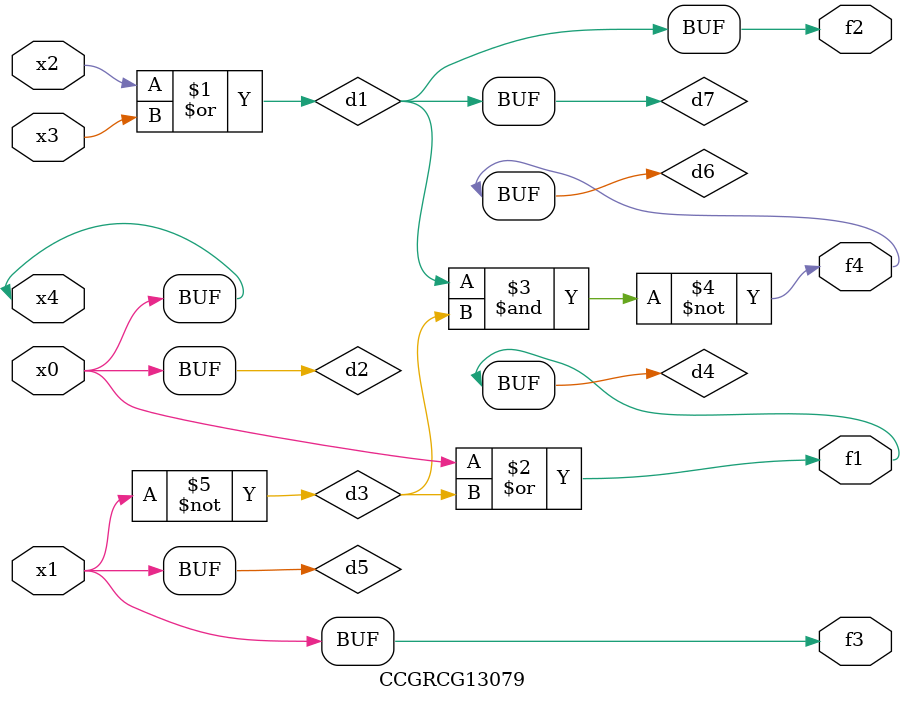
<source format=v>
module CCGRCG13079(
	input x0, x1, x2, x3, x4,
	output f1, f2, f3, f4
);

	wire d1, d2, d3, d4, d5, d6, d7;

	or (d1, x2, x3);
	buf (d2, x0, x4);
	not (d3, x1);
	or (d4, d2, d3);
	not (d5, d3);
	nand (d6, d1, d3);
	or (d7, d1);
	assign f1 = d4;
	assign f2 = d7;
	assign f3 = d5;
	assign f4 = d6;
endmodule

</source>
